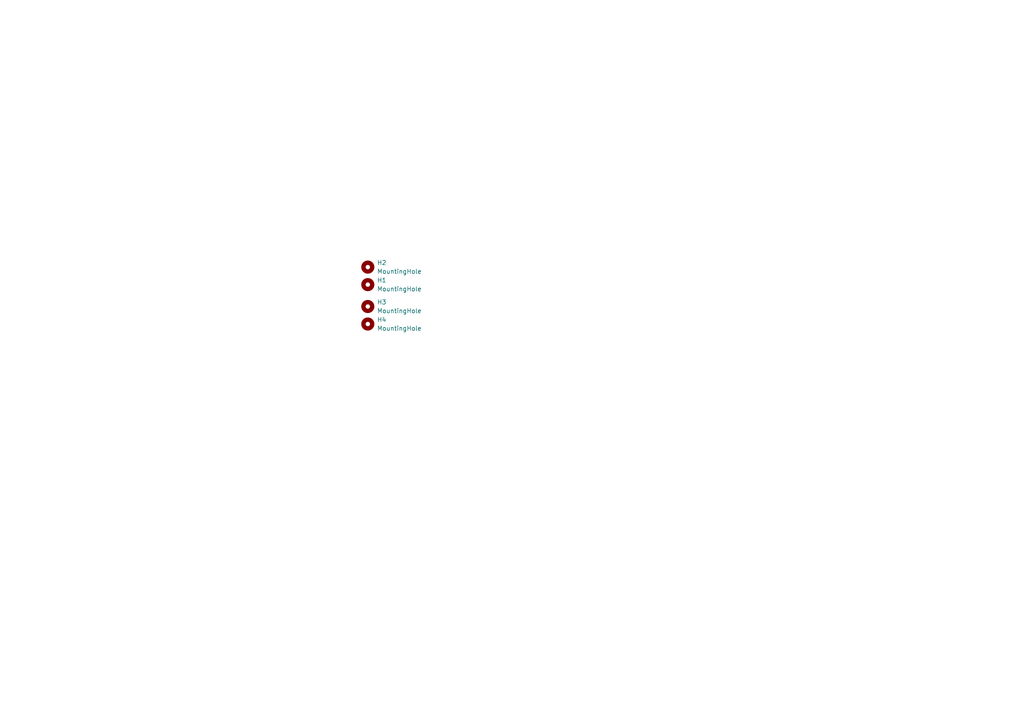
<source format=kicad_sch>
(kicad_sch (version 20230121) (generator eeschema)
  (paper "A4")
  (lib_symbols
    (symbol "Mechanical:MountingHole" (pin_names (offset 1.016))
      (property "Reference" "H" (at 0 5.08 0))
      (property "Value" "MountingHole" (at 0 3.175 0))
      (symbol "MountingHole_0_1"
        (circle (center 0 0) (radius 1.27) (stroke (width 1.27)))
      )
    )
  )
  (symbol (lib_id "Mechanical:MountingHole") (at 106.68 82.55 0) (unit 1)
    (property "Reference" "H1" (at 109.347 81.28 0) (effects (justify left)))
    (property "Value" "MountingHole" (at 109.347 83.82 0) (effects (justify left)))
    (property "Footprint" "Library:MountingHole_7.14mm" (effects hide))
  )
  (symbol (lib_id "Mechanical:MountingHole") (at 106.68 88.9 0) (unit 1)
    (property "Reference" "H3" (at 109.347 87.63 0) (effects (justify left)))
    (property "Value" "MountingHole" (at 109.347 90.17 0) (effects (justify left)))
    (property "Footprint" "Library:MountingHole_7.14mm" (effects hide))
  )
  (symbol (lib_id "Mechanical:MountingHole") (at 106.68 77.47 0) (unit 1)
    (property "Reference" "H2" (at 109.347 76.2 0) (effects (justify left)))
    (property "Value" "MountingHole" (at 109.347 78.74 0) (effects (justify left)))
    (property "Footprint" "Library:MountingHole_7.14mm" (effects hide))
  )
  (symbol (lib_id "Mechanical:MountingHole") (at 106.68 93.98 0) (unit 1)
    (property "Reference" "H4" (at 109.347 92.71 0) (effects (justify left)))
    (property "Value" "MountingHole" (at 109.347 95.25 0) (effects (justify left)))
    (property "Footprint" "Library:MountingHole_7.14mm" (effects hide))
  )
)
</source>
